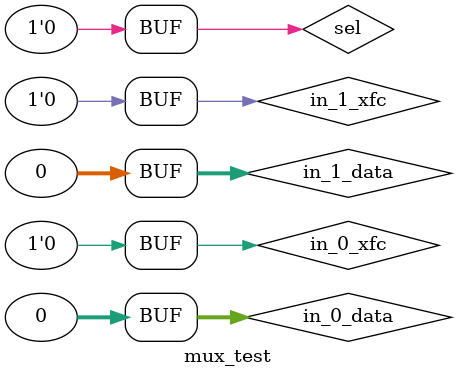
<source format=v>
`timescale 1ns / 1ps


module mux_test;

	// Inputs
	reg [31:0] in_0_data;
	reg in_0_xfc;
	reg [31:0] in_1_data;
	reg in_1_xfc;
	reg sel;

	// Outputs
	wire [31:0] mux_data;
	wire mux_xfc;

	// Instantiate the Unit Under Test (UUT)
	i2si_mux uut (
		.in_0_data(in_0_data), 
		.in_0_xfc(in_0_xfc), 
		.in_1_data(in_1_data), 
		.in_1_xfc(in_1_xfc), 
		.sel(sel), 
		.mux_data(mux_data), 
		.mux_xfc(mux_xfc)
	);

	initial begin
		in_0_data = 0;
		in_0_xfc = 0;
		in_1_data = 0;
		in_1_xfc = 0;
		sel = 0;
		#10;
        
        in_0_data = 32'd25;
        in_0_xfc = 1;
        in_1_data = 32'd50;
        in_1_xfc = 1;
        sel = 1;
        #10;

        in_0_data = 32'd100;
        in_0_xfc = 1;
        in_1_data = 32'd1000;
        in_1_xfc = 0;
        sel = 0;
        #10;
        
        in_0_data = 32'd2048;
        in_0_xfc = 1;
        in_1_data = 32'd4096;
        in_1_xfc = 0;
        sel = 1;
        #10;
        
        in_0_data = 0;
		in_0_xfc = 0;
		in_1_data = 0;
		in_1_xfc = 0;
		sel = 0;

	end
      
endmodule


</source>
